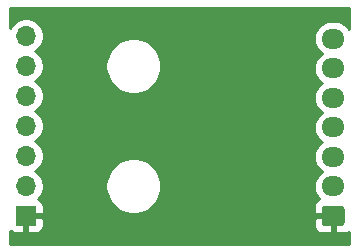
<source format=gbr>
%TF.GenerationSoftware,KiCad,Pcbnew,5.1.6-c6e7f7d~87~ubuntu20.04.1*%
%TF.CreationDate,2022-04-29T16:14:20+02:00*%
%TF.ProjectId,i2c_display,6932635f-6469-4737-906c-61792e6b6963,rev?*%
%TF.SameCoordinates,PXa03a458PY706ce10*%
%TF.FileFunction,Copper,L2,Bot*%
%TF.FilePolarity,Positive*%
%FSLAX46Y46*%
G04 Gerber Fmt 4.6, Leading zero omitted, Abs format (unit mm)*
G04 Created by KiCad (PCBNEW 5.1.6-c6e7f7d~87~ubuntu20.04.1) date 2022-04-29 16:14:20*
%MOMM*%
%LPD*%
G01*
G04 APERTURE LIST*
%TA.AperFunction,ComponentPad*%
%ADD10R,1.700000X1.700000*%
%TD*%
%TA.AperFunction,ComponentPad*%
%ADD11O,1.700000X1.700000*%
%TD*%
%TA.AperFunction,ComponentPad*%
%ADD12O,1.950000X1.700000*%
%TD*%
%TA.AperFunction,Conductor*%
%ADD13C,0.254000*%
%TD*%
G04 APERTURE END LIST*
D10*
%TO.P,J1,1*%
%TO.N,1*%
X1989160Y2886480D03*
D11*
%TO.P,J1,2*%
%TO.N,2*%
X1989160Y5426480D03*
%TO.P,J1,3*%
%TO.N,3*%
X1989160Y7966480D03*
%TO.P,J1,4*%
%TO.N,4*%
X1989160Y10506480D03*
%TO.P,J1,5*%
%TO.N,5*%
X1989160Y13046480D03*
%TO.P,J1,6*%
%TO.N,6*%
X1989160Y15586480D03*
%TO.P,J1,7*%
%TO.N,7*%
X1989160Y18126480D03*
%TD*%
%TO.P,J2,1*%
%TO.N,1*%
%TA.AperFunction,ComponentPad*%
G36*
G01*
X28714160Y2036480D02*
X27264160Y2036480D01*
G75*
G02*
X27014160Y2286480I0J250000D01*
G01*
X27014160Y3486480D01*
G75*
G02*
X27264160Y3736480I250000J0D01*
G01*
X28714160Y3736480D01*
G75*
G02*
X28964160Y3486480I0J-250000D01*
G01*
X28964160Y2286480D01*
G75*
G02*
X28714160Y2036480I-250000J0D01*
G01*
G37*
%TD.AperFunction*%
D12*
%TO.P,J2,2*%
%TO.N,2*%
X27989160Y5386480D03*
%TO.P,J2,3*%
%TO.N,3*%
X27989160Y7886480D03*
%TO.P,J2,4*%
%TO.N,4*%
X27989160Y10386480D03*
%TO.P,J2,5*%
%TO.N,5*%
X27989160Y12886480D03*
%TO.P,J2,6*%
%TO.N,6*%
X27989160Y15386480D03*
%TO.P,J2,7*%
%TO.N,7*%
X27989160Y17886480D03*
%TD*%
D13*
%TO.N,1*%
G36*
X29329160Y18746817D02*
G01*
X29169294Y18941614D01*
X28943174Y19127186D01*
X28685194Y19265079D01*
X28405271Y19349993D01*
X28187110Y19371480D01*
X27791210Y19371480D01*
X27573049Y19349993D01*
X27293126Y19265079D01*
X27035146Y19127186D01*
X26809026Y18941614D01*
X26623454Y18715494D01*
X26485561Y18457514D01*
X26400647Y18177591D01*
X26371975Y17886480D01*
X26400647Y17595369D01*
X26485561Y17315446D01*
X26623454Y17057466D01*
X26809026Y16831346D01*
X27035146Y16645774D01*
X27052534Y16636480D01*
X27035146Y16627186D01*
X26809026Y16441614D01*
X26623454Y16215494D01*
X26485561Y15957514D01*
X26400647Y15677591D01*
X26371975Y15386480D01*
X26400647Y15095369D01*
X26485561Y14815446D01*
X26623454Y14557466D01*
X26809026Y14331346D01*
X27035146Y14145774D01*
X27052534Y14136480D01*
X27035146Y14127186D01*
X26809026Y13941614D01*
X26623454Y13715494D01*
X26485561Y13457514D01*
X26400647Y13177591D01*
X26371975Y12886480D01*
X26400647Y12595369D01*
X26485561Y12315446D01*
X26623454Y12057466D01*
X26809026Y11831346D01*
X27035146Y11645774D01*
X27052534Y11636480D01*
X27035146Y11627186D01*
X26809026Y11441614D01*
X26623454Y11215494D01*
X26485561Y10957514D01*
X26400647Y10677591D01*
X26371975Y10386480D01*
X26400647Y10095369D01*
X26485561Y9815446D01*
X26623454Y9557466D01*
X26809026Y9331346D01*
X27035146Y9145774D01*
X27052534Y9136480D01*
X27035146Y9127186D01*
X26809026Y8941614D01*
X26623454Y8715494D01*
X26485561Y8457514D01*
X26400647Y8177591D01*
X26371975Y7886480D01*
X26400647Y7595369D01*
X26485561Y7315446D01*
X26623454Y7057466D01*
X26809026Y6831346D01*
X27035146Y6645774D01*
X27052534Y6636480D01*
X27035146Y6627186D01*
X26809026Y6441614D01*
X26623454Y6215494D01*
X26485561Y5957514D01*
X26400647Y5677591D01*
X26371975Y5386480D01*
X26400647Y5095369D01*
X26485561Y4815446D01*
X26623454Y4557466D01*
X26804768Y4336535D01*
X26769980Y4325982D01*
X26659666Y4267017D01*
X26562975Y4187665D01*
X26483623Y4090974D01*
X26424658Y3980660D01*
X26388348Y3860962D01*
X26376088Y3736480D01*
X26379160Y3172230D01*
X26537910Y3013480D01*
X27862160Y3013480D01*
X27862160Y3033480D01*
X28116160Y3033480D01*
X28116160Y3013480D01*
X28136160Y3013480D01*
X28136160Y2759480D01*
X28116160Y2759480D01*
X28116160Y1560230D01*
X28274910Y1401480D01*
X28964160Y1398408D01*
X29088642Y1410668D01*
X29208340Y1446978D01*
X29318654Y1505943D01*
X29329161Y1514566D01*
X29329161Y546480D01*
X649160Y546480D01*
X649160Y1632591D01*
X687975Y1585295D01*
X784666Y1505943D01*
X894980Y1446978D01*
X1014678Y1410668D01*
X1139160Y1398408D01*
X1703410Y1401480D01*
X1862160Y1560230D01*
X1862160Y2759480D01*
X2116160Y2759480D01*
X2116160Y1560230D01*
X2274910Y1401480D01*
X2839160Y1398408D01*
X2963642Y1410668D01*
X3083340Y1446978D01*
X3193654Y1505943D01*
X3290345Y1585295D01*
X3369697Y1681986D01*
X3428662Y1792300D01*
X3464972Y1911998D01*
X3477232Y2036480D01*
X26376088Y2036480D01*
X26388348Y1911998D01*
X26424658Y1792300D01*
X26483623Y1681986D01*
X26562975Y1585295D01*
X26659666Y1505943D01*
X26769980Y1446978D01*
X26889678Y1410668D01*
X27014160Y1398408D01*
X27703410Y1401480D01*
X27862160Y1560230D01*
X27862160Y2759480D01*
X26537910Y2759480D01*
X26379160Y2600730D01*
X26376088Y2036480D01*
X3477232Y2036480D01*
X3474160Y2600730D01*
X3315410Y2759480D01*
X2116160Y2759480D01*
X1862160Y2759480D01*
X1842160Y2759480D01*
X1842160Y3013480D01*
X1862160Y3013480D01*
X1862160Y3033480D01*
X2116160Y3033480D01*
X2116160Y3013480D01*
X3315410Y3013480D01*
X3474160Y3172230D01*
X3477232Y3736480D01*
X3464972Y3860962D01*
X3428662Y3980660D01*
X3369697Y4090974D01*
X3290345Y4187665D01*
X3193654Y4267017D01*
X3083340Y4325982D01*
X3010780Y4347993D01*
X3142635Y4479848D01*
X3305150Y4723069D01*
X3417092Y4993322D01*
X3474160Y5280220D01*
X3474160Y5572740D01*
X3456851Y5659761D01*
X8720620Y5659761D01*
X8720620Y5193199D01*
X8811642Y4735602D01*
X8990187Y4304556D01*
X9249395Y3916624D01*
X9579304Y3586715D01*
X9967236Y3327507D01*
X10398282Y3148962D01*
X10855879Y3057940D01*
X11322441Y3057940D01*
X11780038Y3148962D01*
X12211084Y3327507D01*
X12599016Y3586715D01*
X12928925Y3916624D01*
X13188133Y4304556D01*
X13366678Y4735602D01*
X13457700Y5193199D01*
X13457700Y5659761D01*
X13366678Y6117358D01*
X13188133Y6548404D01*
X12928925Y6936336D01*
X12599016Y7266245D01*
X12211084Y7525453D01*
X11780038Y7703998D01*
X11322441Y7795020D01*
X10855879Y7795020D01*
X10398282Y7703998D01*
X9967236Y7525453D01*
X9579304Y7266245D01*
X9249395Y6936336D01*
X8990187Y6548404D01*
X8811642Y6117358D01*
X8720620Y5659761D01*
X3456851Y5659761D01*
X3417092Y5859638D01*
X3305150Y6129891D01*
X3142635Y6373112D01*
X2935792Y6579955D01*
X2761400Y6696480D01*
X2935792Y6813005D01*
X3142635Y7019848D01*
X3305150Y7263069D01*
X3417092Y7533322D01*
X3474160Y7820220D01*
X3474160Y8112740D01*
X3417092Y8399638D01*
X3305150Y8669891D01*
X3142635Y8913112D01*
X2935792Y9119955D01*
X2761400Y9236480D01*
X2935792Y9353005D01*
X3142635Y9559848D01*
X3305150Y9803069D01*
X3417092Y10073322D01*
X3474160Y10360220D01*
X3474160Y10652740D01*
X3417092Y10939638D01*
X3305150Y11209891D01*
X3142635Y11453112D01*
X2935792Y11659955D01*
X2761400Y11776480D01*
X2935792Y11893005D01*
X3142635Y12099848D01*
X3305150Y12343069D01*
X3417092Y12613322D01*
X3474160Y12900220D01*
X3474160Y13192740D01*
X3417092Y13479638D01*
X3305150Y13749891D01*
X3142635Y13993112D01*
X2935792Y14199955D01*
X2761400Y14316480D01*
X2935792Y14433005D01*
X3142635Y14639848D01*
X3305150Y14883069D01*
X3417092Y15153322D01*
X3474160Y15440220D01*
X3474160Y15732740D01*
X3456851Y15819761D01*
X8720620Y15819761D01*
X8720620Y15353199D01*
X8811642Y14895602D01*
X8990187Y14464556D01*
X9249395Y14076624D01*
X9579304Y13746715D01*
X9967236Y13487507D01*
X10398282Y13308962D01*
X10855879Y13217940D01*
X11322441Y13217940D01*
X11780038Y13308962D01*
X12211084Y13487507D01*
X12599016Y13746715D01*
X12928925Y14076624D01*
X13188133Y14464556D01*
X13366678Y14895602D01*
X13457700Y15353199D01*
X13457700Y15819761D01*
X13366678Y16277358D01*
X13188133Y16708404D01*
X12928925Y17096336D01*
X12599016Y17426245D01*
X12211084Y17685453D01*
X11780038Y17863998D01*
X11322441Y17955020D01*
X10855879Y17955020D01*
X10398282Y17863998D01*
X9967236Y17685453D01*
X9579304Y17426245D01*
X9249395Y17096336D01*
X8990187Y16708404D01*
X8811642Y16277358D01*
X8720620Y15819761D01*
X3456851Y15819761D01*
X3417092Y16019638D01*
X3305150Y16289891D01*
X3142635Y16533112D01*
X2935792Y16739955D01*
X2761400Y16856480D01*
X2935792Y16973005D01*
X3142635Y17179848D01*
X3305150Y17423069D01*
X3417092Y17693322D01*
X3474160Y17980220D01*
X3474160Y18272740D01*
X3417092Y18559638D01*
X3305150Y18829891D01*
X3142635Y19073112D01*
X2935792Y19279955D01*
X2692571Y19442470D01*
X2422318Y19554412D01*
X2135420Y19611480D01*
X1842900Y19611480D01*
X1556002Y19554412D01*
X1285749Y19442470D01*
X1042528Y19279955D01*
X835685Y19073112D01*
X673170Y18829891D01*
X649160Y18771925D01*
X649160Y20526480D01*
X29329160Y20526480D01*
X29329160Y18746817D01*
G37*
X29329160Y18746817D02*
X29169294Y18941614D01*
X28943174Y19127186D01*
X28685194Y19265079D01*
X28405271Y19349993D01*
X28187110Y19371480D01*
X27791210Y19371480D01*
X27573049Y19349993D01*
X27293126Y19265079D01*
X27035146Y19127186D01*
X26809026Y18941614D01*
X26623454Y18715494D01*
X26485561Y18457514D01*
X26400647Y18177591D01*
X26371975Y17886480D01*
X26400647Y17595369D01*
X26485561Y17315446D01*
X26623454Y17057466D01*
X26809026Y16831346D01*
X27035146Y16645774D01*
X27052534Y16636480D01*
X27035146Y16627186D01*
X26809026Y16441614D01*
X26623454Y16215494D01*
X26485561Y15957514D01*
X26400647Y15677591D01*
X26371975Y15386480D01*
X26400647Y15095369D01*
X26485561Y14815446D01*
X26623454Y14557466D01*
X26809026Y14331346D01*
X27035146Y14145774D01*
X27052534Y14136480D01*
X27035146Y14127186D01*
X26809026Y13941614D01*
X26623454Y13715494D01*
X26485561Y13457514D01*
X26400647Y13177591D01*
X26371975Y12886480D01*
X26400647Y12595369D01*
X26485561Y12315446D01*
X26623454Y12057466D01*
X26809026Y11831346D01*
X27035146Y11645774D01*
X27052534Y11636480D01*
X27035146Y11627186D01*
X26809026Y11441614D01*
X26623454Y11215494D01*
X26485561Y10957514D01*
X26400647Y10677591D01*
X26371975Y10386480D01*
X26400647Y10095369D01*
X26485561Y9815446D01*
X26623454Y9557466D01*
X26809026Y9331346D01*
X27035146Y9145774D01*
X27052534Y9136480D01*
X27035146Y9127186D01*
X26809026Y8941614D01*
X26623454Y8715494D01*
X26485561Y8457514D01*
X26400647Y8177591D01*
X26371975Y7886480D01*
X26400647Y7595369D01*
X26485561Y7315446D01*
X26623454Y7057466D01*
X26809026Y6831346D01*
X27035146Y6645774D01*
X27052534Y6636480D01*
X27035146Y6627186D01*
X26809026Y6441614D01*
X26623454Y6215494D01*
X26485561Y5957514D01*
X26400647Y5677591D01*
X26371975Y5386480D01*
X26400647Y5095369D01*
X26485561Y4815446D01*
X26623454Y4557466D01*
X26804768Y4336535D01*
X26769980Y4325982D01*
X26659666Y4267017D01*
X26562975Y4187665D01*
X26483623Y4090974D01*
X26424658Y3980660D01*
X26388348Y3860962D01*
X26376088Y3736480D01*
X26379160Y3172230D01*
X26537910Y3013480D01*
X27862160Y3013480D01*
X27862160Y3033480D01*
X28116160Y3033480D01*
X28116160Y3013480D01*
X28136160Y3013480D01*
X28136160Y2759480D01*
X28116160Y2759480D01*
X28116160Y1560230D01*
X28274910Y1401480D01*
X28964160Y1398408D01*
X29088642Y1410668D01*
X29208340Y1446978D01*
X29318654Y1505943D01*
X29329161Y1514566D01*
X29329161Y546480D01*
X649160Y546480D01*
X649160Y1632591D01*
X687975Y1585295D01*
X784666Y1505943D01*
X894980Y1446978D01*
X1014678Y1410668D01*
X1139160Y1398408D01*
X1703410Y1401480D01*
X1862160Y1560230D01*
X1862160Y2759480D01*
X2116160Y2759480D01*
X2116160Y1560230D01*
X2274910Y1401480D01*
X2839160Y1398408D01*
X2963642Y1410668D01*
X3083340Y1446978D01*
X3193654Y1505943D01*
X3290345Y1585295D01*
X3369697Y1681986D01*
X3428662Y1792300D01*
X3464972Y1911998D01*
X3477232Y2036480D01*
X26376088Y2036480D01*
X26388348Y1911998D01*
X26424658Y1792300D01*
X26483623Y1681986D01*
X26562975Y1585295D01*
X26659666Y1505943D01*
X26769980Y1446978D01*
X26889678Y1410668D01*
X27014160Y1398408D01*
X27703410Y1401480D01*
X27862160Y1560230D01*
X27862160Y2759480D01*
X26537910Y2759480D01*
X26379160Y2600730D01*
X26376088Y2036480D01*
X3477232Y2036480D01*
X3474160Y2600730D01*
X3315410Y2759480D01*
X2116160Y2759480D01*
X1862160Y2759480D01*
X1842160Y2759480D01*
X1842160Y3013480D01*
X1862160Y3013480D01*
X1862160Y3033480D01*
X2116160Y3033480D01*
X2116160Y3013480D01*
X3315410Y3013480D01*
X3474160Y3172230D01*
X3477232Y3736480D01*
X3464972Y3860962D01*
X3428662Y3980660D01*
X3369697Y4090974D01*
X3290345Y4187665D01*
X3193654Y4267017D01*
X3083340Y4325982D01*
X3010780Y4347993D01*
X3142635Y4479848D01*
X3305150Y4723069D01*
X3417092Y4993322D01*
X3474160Y5280220D01*
X3474160Y5572740D01*
X3456851Y5659761D01*
X8720620Y5659761D01*
X8720620Y5193199D01*
X8811642Y4735602D01*
X8990187Y4304556D01*
X9249395Y3916624D01*
X9579304Y3586715D01*
X9967236Y3327507D01*
X10398282Y3148962D01*
X10855879Y3057940D01*
X11322441Y3057940D01*
X11780038Y3148962D01*
X12211084Y3327507D01*
X12599016Y3586715D01*
X12928925Y3916624D01*
X13188133Y4304556D01*
X13366678Y4735602D01*
X13457700Y5193199D01*
X13457700Y5659761D01*
X13366678Y6117358D01*
X13188133Y6548404D01*
X12928925Y6936336D01*
X12599016Y7266245D01*
X12211084Y7525453D01*
X11780038Y7703998D01*
X11322441Y7795020D01*
X10855879Y7795020D01*
X10398282Y7703998D01*
X9967236Y7525453D01*
X9579304Y7266245D01*
X9249395Y6936336D01*
X8990187Y6548404D01*
X8811642Y6117358D01*
X8720620Y5659761D01*
X3456851Y5659761D01*
X3417092Y5859638D01*
X3305150Y6129891D01*
X3142635Y6373112D01*
X2935792Y6579955D01*
X2761400Y6696480D01*
X2935792Y6813005D01*
X3142635Y7019848D01*
X3305150Y7263069D01*
X3417092Y7533322D01*
X3474160Y7820220D01*
X3474160Y8112740D01*
X3417092Y8399638D01*
X3305150Y8669891D01*
X3142635Y8913112D01*
X2935792Y9119955D01*
X2761400Y9236480D01*
X2935792Y9353005D01*
X3142635Y9559848D01*
X3305150Y9803069D01*
X3417092Y10073322D01*
X3474160Y10360220D01*
X3474160Y10652740D01*
X3417092Y10939638D01*
X3305150Y11209891D01*
X3142635Y11453112D01*
X2935792Y11659955D01*
X2761400Y11776480D01*
X2935792Y11893005D01*
X3142635Y12099848D01*
X3305150Y12343069D01*
X3417092Y12613322D01*
X3474160Y12900220D01*
X3474160Y13192740D01*
X3417092Y13479638D01*
X3305150Y13749891D01*
X3142635Y13993112D01*
X2935792Y14199955D01*
X2761400Y14316480D01*
X2935792Y14433005D01*
X3142635Y14639848D01*
X3305150Y14883069D01*
X3417092Y15153322D01*
X3474160Y15440220D01*
X3474160Y15732740D01*
X3456851Y15819761D01*
X8720620Y15819761D01*
X8720620Y15353199D01*
X8811642Y14895602D01*
X8990187Y14464556D01*
X9249395Y14076624D01*
X9579304Y13746715D01*
X9967236Y13487507D01*
X10398282Y13308962D01*
X10855879Y13217940D01*
X11322441Y13217940D01*
X11780038Y13308962D01*
X12211084Y13487507D01*
X12599016Y13746715D01*
X12928925Y14076624D01*
X13188133Y14464556D01*
X13366678Y14895602D01*
X13457700Y15353199D01*
X13457700Y15819761D01*
X13366678Y16277358D01*
X13188133Y16708404D01*
X12928925Y17096336D01*
X12599016Y17426245D01*
X12211084Y17685453D01*
X11780038Y17863998D01*
X11322441Y17955020D01*
X10855879Y17955020D01*
X10398282Y17863998D01*
X9967236Y17685453D01*
X9579304Y17426245D01*
X9249395Y17096336D01*
X8990187Y16708404D01*
X8811642Y16277358D01*
X8720620Y15819761D01*
X3456851Y15819761D01*
X3417092Y16019638D01*
X3305150Y16289891D01*
X3142635Y16533112D01*
X2935792Y16739955D01*
X2761400Y16856480D01*
X2935792Y16973005D01*
X3142635Y17179848D01*
X3305150Y17423069D01*
X3417092Y17693322D01*
X3474160Y17980220D01*
X3474160Y18272740D01*
X3417092Y18559638D01*
X3305150Y18829891D01*
X3142635Y19073112D01*
X2935792Y19279955D01*
X2692571Y19442470D01*
X2422318Y19554412D01*
X2135420Y19611480D01*
X1842900Y19611480D01*
X1556002Y19554412D01*
X1285749Y19442470D01*
X1042528Y19279955D01*
X835685Y19073112D01*
X673170Y18829891D01*
X649160Y18771925D01*
X649160Y20526480D01*
X29329160Y20526480D01*
X29329160Y18746817D01*
%TD*%
M02*

</source>
